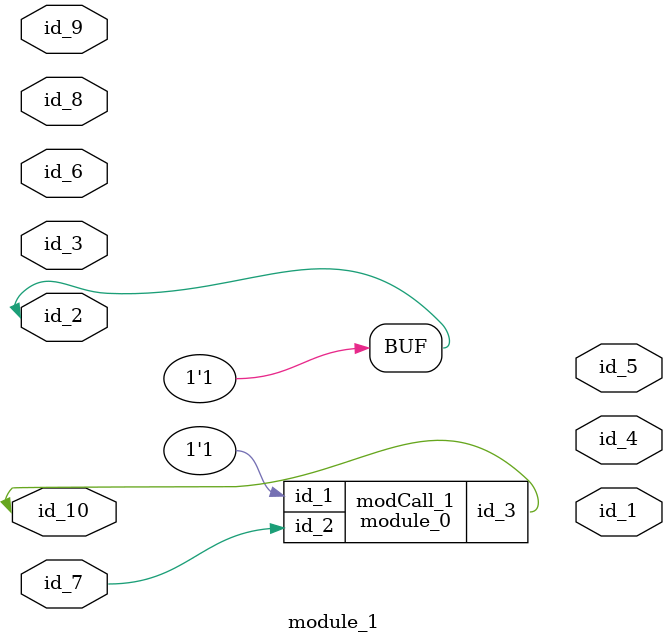
<source format=v>
module module_0 (
    id_1,
    id_2,
    id_3
);
  output wire id_3;
  input wire id_2;
  input wire id_1;
  wire id_4, id_5;
  wire id_6;
  wire id_7, id_8;
endmodule
module module_1 (
    id_1,
    id_2,
    id_3,
    id_4,
    id_5,
    id_6,
    id_7,
    id_8,
    id_9,
    id_10
);
  inout wire id_10;
  input wire id_9;
  input wire id_8;
  input wire id_7;
  inout wire id_6;
  output wire id_5;
  output wire id_4;
  inout wire id_3;
  inout wire id_2;
  output wire id_1;
  wire id_11;
  module_0 modCall_1 (
      id_2,
      id_7,
      id_10
  );
  assign id_2 = 1;
endmodule

</source>
